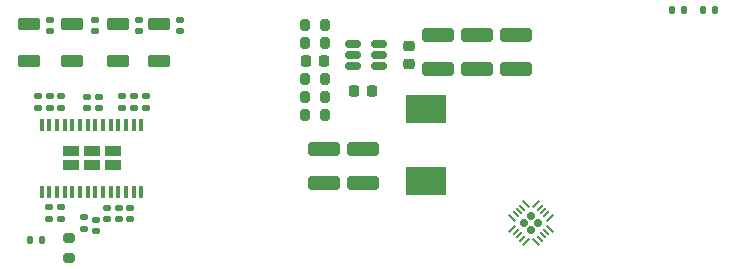
<source format=gbr>
G04 #@! TF.GenerationSoftware,KiCad,Pcbnew,7.0.5*
G04 #@! TF.CreationDate,2024-02-12T19:58:57-06:00*
G04 #@! TF.ProjectId,ATTinyBreakOut_DFRobot_Amp,41545469-6e79-4427-9265-616b4f75745f,rev?*
G04 #@! TF.SameCoordinates,Original*
G04 #@! TF.FileFunction,Paste,Top*
G04 #@! TF.FilePolarity,Positive*
%FSLAX46Y46*%
G04 Gerber Fmt 4.6, Leading zero omitted, Abs format (unit mm)*
G04 Created by KiCad (PCBNEW 7.0.5) date 2024-02-12 19:58:57*
%MOMM*%
%LPD*%
G01*
G04 APERTURE LIST*
G04 Aperture macros list*
%AMRoundRect*
0 Rectangle with rounded corners*
0 $1 Rounding radius*
0 $2 $3 $4 $5 $6 $7 $8 $9 X,Y pos of 4 corners*
0 Add a 4 corners polygon primitive as box body*
4,1,4,$2,$3,$4,$5,$6,$7,$8,$9,$2,$3,0*
0 Add four circle primitives for the rounded corners*
1,1,$1+$1,$2,$3*
1,1,$1+$1,$4,$5*
1,1,$1+$1,$6,$7*
1,1,$1+$1,$8,$9*
0 Add four rect primitives between the rounded corners*
20,1,$1+$1,$2,$3,$4,$5,0*
20,1,$1+$1,$4,$5,$6,$7,0*
20,1,$1+$1,$6,$7,$8,$9,0*
20,1,$1+$1,$8,$9,$2,$3,0*%
%AMFreePoly0*
4,1,14,0.334644,0.085355,0.385355,0.034644,0.400000,-0.000711,0.400000,-0.050000,0.385355,-0.085355,0.350000,-0.100000,-0.350000,-0.100000,-0.385355,-0.085355,-0.400000,-0.050000,-0.400000,0.050000,-0.385355,0.085355,-0.350000,0.100000,0.299289,0.100000,0.334644,0.085355,0.334644,0.085355,$1*%
%AMFreePoly1*
4,1,14,0.385355,0.085355,0.400000,0.050000,0.400000,0.000711,0.385355,-0.034644,0.334644,-0.085355,0.299289,-0.100000,-0.350000,-0.100000,-0.385355,-0.085355,-0.400000,-0.050000,-0.400000,0.050000,-0.385355,0.085355,-0.350000,0.100000,0.350000,0.100000,0.385355,0.085355,0.385355,0.085355,$1*%
%AMFreePoly2*
4,1,14,0.085355,0.385355,0.100000,0.350000,0.100000,-0.350000,0.085355,-0.385355,0.050000,-0.400000,-0.050000,-0.400000,-0.085355,-0.385355,-0.100000,-0.350000,-0.100000,0.299289,-0.085355,0.334644,-0.034644,0.385355,0.000711,0.400000,0.050000,0.400000,0.085355,0.385355,0.085355,0.385355,$1*%
%AMFreePoly3*
4,1,14,0.034644,0.385355,0.085355,0.334644,0.100000,0.299289,0.100000,-0.350000,0.085355,-0.385355,0.050000,-0.400000,-0.050000,-0.400000,-0.085355,-0.385355,-0.100000,-0.350000,-0.100000,0.350000,-0.085355,0.385355,-0.050000,0.400000,-0.000711,0.400000,0.034644,0.385355,0.034644,0.385355,$1*%
%AMFreePoly4*
4,1,14,0.385355,0.085355,0.400000,0.050000,0.400000,-0.050000,0.385355,-0.085355,0.350000,-0.100000,-0.299289,-0.100000,-0.334644,-0.085355,-0.385355,-0.034644,-0.400000,0.000711,-0.400000,0.050000,-0.385355,0.085355,-0.350000,0.100000,0.350000,0.100000,0.385355,0.085355,0.385355,0.085355,$1*%
%AMFreePoly5*
4,1,14,0.385355,0.085355,0.400000,0.050000,0.400000,-0.050000,0.385355,-0.085355,0.350000,-0.100000,-0.350000,-0.100000,-0.385355,-0.085355,-0.400000,-0.050000,-0.400000,-0.000711,-0.385355,0.034644,-0.334644,0.085355,-0.299289,0.100000,0.350000,0.100000,0.385355,0.085355,0.385355,0.085355,$1*%
%AMFreePoly6*
4,1,14,0.085355,0.385355,0.100000,0.350000,0.100000,-0.299289,0.085355,-0.334644,0.034644,-0.385355,-0.000711,-0.400000,-0.050000,-0.400000,-0.085355,-0.385355,-0.100000,-0.350000,-0.100000,0.350000,-0.085355,0.385355,-0.050000,0.400000,0.050000,0.400000,0.085355,0.385355,0.085355,0.385355,$1*%
%AMFreePoly7*
4,1,14,0.085355,0.385355,0.100000,0.350000,0.100000,-0.350000,0.085355,-0.385355,0.050000,-0.400000,0.000711,-0.400000,-0.034644,-0.385355,-0.085355,-0.334644,-0.100000,-0.299289,-0.100000,0.350000,-0.085355,0.385355,-0.050000,0.400000,0.050000,0.400000,0.085355,0.385355,0.085355,0.385355,$1*%
G04 Aperture macros list end*
%ADD10RoundRect,0.150000X0.512500X0.150000X-0.512500X0.150000X-0.512500X-0.150000X0.512500X-0.150000X0*%
%ADD11RoundRect,0.140000X-0.170000X0.140000X-0.170000X-0.140000X0.170000X-0.140000X0.170000X0.140000X0*%
%ADD12RoundRect,0.250000X-1.100000X0.325000X-1.100000X-0.325000X1.100000X-0.325000X1.100000X0.325000X0*%
%ADD13RoundRect,0.225000X-0.225000X-0.250000X0.225000X-0.250000X0.225000X0.250000X-0.225000X0.250000X0*%
%ADD14RoundRect,0.250000X0.700000X-0.275000X0.700000X0.275000X-0.700000X0.275000X-0.700000X-0.275000X0*%
%ADD15RoundRect,0.200000X0.275000X-0.200000X0.275000X0.200000X-0.275000X0.200000X-0.275000X-0.200000X0*%
%ADD16RoundRect,0.140000X0.170000X-0.140000X0.170000X0.140000X-0.170000X0.140000X-0.170000X-0.140000X0*%
%ADD17RoundRect,0.200000X-0.200000X-0.275000X0.200000X-0.275000X0.200000X0.275000X-0.200000X0.275000X0*%
%ADD18RoundRect,0.200000X0.200000X0.275000X-0.200000X0.275000X-0.200000X-0.275000X0.200000X-0.275000X0*%
%ADD19RoundRect,0.135000X-0.135000X-0.185000X0.135000X-0.185000X0.135000X0.185000X-0.135000X0.185000X0*%
%ADD20RoundRect,0.250000X1.100000X-0.325000X1.100000X0.325000X-1.100000X0.325000X-1.100000X-0.325000X0*%
%ADD21R,3.500000X2.350000*%
%ADD22RoundRect,0.172500X0.243952X0.000000X0.000000X0.243952X-0.243952X0.000000X0.000000X-0.243952X0*%
%ADD23FreePoly0,135.000000*%
%ADD24RoundRect,0.050000X0.282843X-0.212132X-0.212132X0.282843X-0.282843X0.212132X0.212132X-0.282843X0*%
%ADD25FreePoly1,135.000000*%
%ADD26FreePoly2,135.000000*%
%ADD27RoundRect,0.050000X0.282843X0.212132X0.212132X0.282843X-0.282843X-0.212132X-0.212132X-0.282843X0*%
%ADD28FreePoly3,135.000000*%
%ADD29FreePoly4,135.000000*%
%ADD30FreePoly5,135.000000*%
%ADD31FreePoly6,135.000000*%
%ADD32FreePoly7,135.000000*%
%ADD33RoundRect,0.225000X-0.250000X0.225000X-0.250000X-0.225000X0.250000X-0.225000X0.250000X0.225000X0*%
%ADD34R,1.400000X0.900000*%
%ADD35R,0.400000X1.100000*%
G04 APERTURE END LIST*
D10*
X150001500Y-83420000D03*
X150001500Y-82470000D03*
X150001500Y-81520000D03*
X147726500Y-81520000D03*
X147726500Y-82470000D03*
X147726500Y-83420000D03*
D11*
X124990000Y-96200000D03*
X124990000Y-97160000D03*
D12*
X158262000Y-80741000D03*
X158262000Y-83691000D03*
D13*
X147835000Y-85518000D03*
X149385000Y-85518000D03*
D11*
X123040000Y-95380000D03*
X123040000Y-96340000D03*
D14*
X127881000Y-82996000D03*
X127881000Y-79846000D03*
D15*
X123760000Y-99645000D03*
X123760000Y-97995000D03*
D12*
X161564000Y-80741000D03*
X161564000Y-83691000D03*
D11*
X127940000Y-95400000D03*
X127940000Y-96360000D03*
D12*
X154960000Y-80741000D03*
X154960000Y-83691000D03*
D16*
X128920000Y-96360000D03*
X128920000Y-95400000D03*
D11*
X126960000Y-95400000D03*
X126960000Y-96360000D03*
D17*
X143721000Y-87550000D03*
X145371000Y-87550000D03*
D16*
X129191600Y-86936200D03*
X129191600Y-85976200D03*
D14*
X123955000Y-82985000D03*
X123955000Y-79835000D03*
X120315000Y-82985000D03*
X120315000Y-79835000D03*
D11*
X126280000Y-85990000D03*
X126280000Y-86950000D03*
D18*
X145371000Y-81454000D03*
X143721000Y-81454000D03*
D19*
X177410000Y-78660000D03*
X178430000Y-78660000D03*
D11*
X123080000Y-85970000D03*
X123080000Y-86930000D03*
D20*
X148610000Y-93343000D03*
X148610000Y-90393000D03*
D16*
X125890000Y-80450000D03*
X125890000Y-79490000D03*
D18*
X145371000Y-86026000D03*
X143721000Y-86026000D03*
D17*
X143721000Y-84502000D03*
X145371000Y-84502000D03*
D11*
X122080000Y-79480000D03*
X122080000Y-80440000D03*
X129650000Y-79490000D03*
X129650000Y-80450000D03*
D21*
X153944000Y-87065000D03*
X153944000Y-93115000D03*
D13*
X143771000Y-82978000D03*
X145321000Y-82978000D03*
D22*
X162840381Y-97310051D03*
X163441422Y-96709010D03*
X162239340Y-96709010D03*
X162840381Y-96107969D03*
D23*
X163300000Y-98300000D03*
D24*
X163582843Y-98017158D03*
X163865686Y-97734315D03*
X164148529Y-97451472D03*
D25*
X164431371Y-97168629D03*
D26*
X164431371Y-96249391D03*
D27*
X164148529Y-95966548D03*
X163865686Y-95683705D03*
X163582843Y-95400862D03*
D28*
X163300000Y-95118020D03*
D29*
X162380762Y-95118020D03*
D24*
X162097919Y-95400862D03*
X161815076Y-95683705D03*
X161532233Y-95966548D03*
D30*
X161249391Y-96249391D03*
D31*
X161249391Y-97168629D03*
D27*
X161532233Y-97451472D03*
X161815076Y-97734315D03*
X162097919Y-98017158D03*
D32*
X162380762Y-98300000D03*
D16*
X122079600Y-86936200D03*
X122079600Y-85976200D03*
D11*
X125280000Y-85990000D03*
X125280000Y-86950000D03*
D33*
X152547000Y-81695000D03*
X152547000Y-83245000D03*
D11*
X128180000Y-85970000D03*
X128180000Y-86930000D03*
D20*
X145308000Y-93343000D03*
X145308000Y-90393000D03*
D34*
X123855600Y-91823200D03*
X125635600Y-91823200D03*
X127415600Y-91823200D03*
X123855600Y-90623200D03*
X125635600Y-90623200D03*
X127415600Y-90623200D03*
D35*
X121410600Y-94073200D03*
X122060600Y-94073200D03*
X122710600Y-94073200D03*
X123360600Y-94073200D03*
X124010600Y-94073200D03*
X124660600Y-94073200D03*
X125310600Y-94073200D03*
X125960600Y-94073200D03*
X126610600Y-94073200D03*
X127260600Y-94073200D03*
X127910600Y-94073200D03*
X128560600Y-94073200D03*
X129210600Y-94073200D03*
X129860600Y-94073200D03*
X129860600Y-88373200D03*
X129210600Y-88373200D03*
X128560600Y-88373200D03*
X127910600Y-88373200D03*
X127260600Y-88373200D03*
X126610600Y-88373200D03*
X125960600Y-88373200D03*
X125310600Y-88373200D03*
X124660600Y-88373200D03*
X124010600Y-88373200D03*
X123360600Y-88373200D03*
X122710600Y-88373200D03*
X122060600Y-88373200D03*
X121410600Y-88373200D03*
D17*
X143721000Y-79930000D03*
X145371000Y-79930000D03*
D16*
X130207600Y-86936200D03*
X130207600Y-85976200D03*
D11*
X125990000Y-96450000D03*
X125990000Y-97410000D03*
D14*
X131381000Y-82996000D03*
X131381000Y-79846000D03*
D19*
X120390000Y-98150000D03*
X121410000Y-98150000D03*
D16*
X121063600Y-86936200D03*
X121063600Y-85976200D03*
X122030000Y-96340000D03*
X122030000Y-95380000D03*
D19*
X174800000Y-78670000D03*
X175820000Y-78670000D03*
D16*
X133108946Y-80428946D03*
X133108946Y-79468946D03*
M02*

</source>
